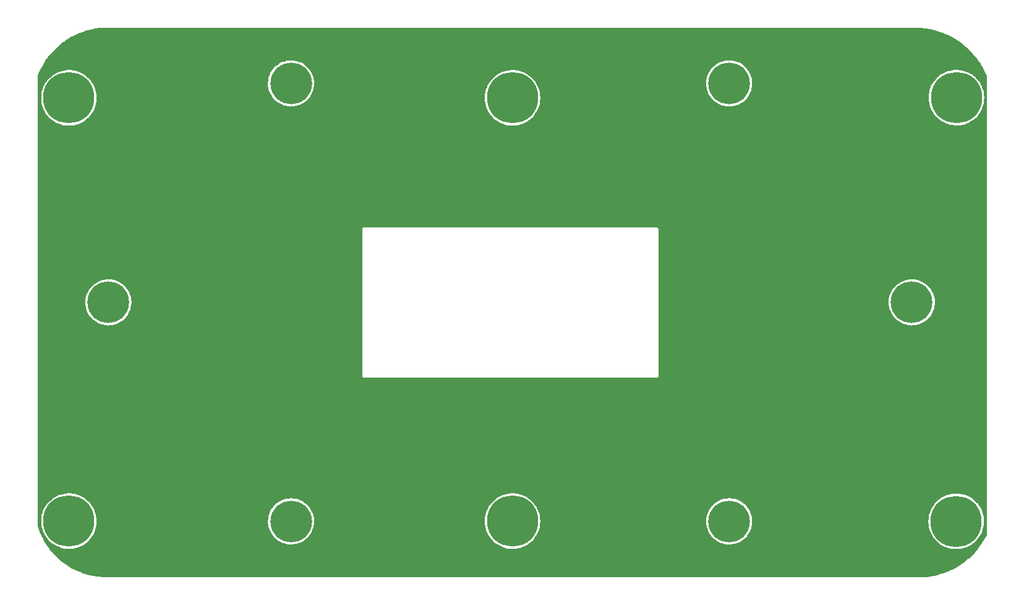
<source format=gbr>
%TF.GenerationSoftware,KiCad,Pcbnew,(6.0.9)*%
%TF.CreationDate,2022-11-23T15:21:18+02:00*%
%TF.ProjectId,case_adapter,63617365-5f61-4646-9170-7465722e6b69,rev?*%
%TF.SameCoordinates,Original*%
%TF.FileFunction,Copper,L1,Top*%
%TF.FilePolarity,Positive*%
%FSLAX46Y46*%
G04 Gerber Fmt 4.6, Leading zero omitted, Abs format (unit mm)*
G04 Created by KiCad (PCBNEW (6.0.9)) date 2022-11-23 15:21:18*
%MOMM*%
%LPD*%
G01*
G04 APERTURE LIST*
%TA.AperFunction,ComponentPad*%
%ADD10C,7.000000*%
%TD*%
%TA.AperFunction,ConnectorPad*%
%ADD11C,5.700000*%
%TD*%
%TA.AperFunction,ComponentPad*%
%ADD12C,3.600000*%
%TD*%
G04 APERTURE END LIST*
D10*
%TO.P,H12,1,1*%
%TO.N,unconnected-(H12-Pad1)*%
X135915400Y-68884800D03*
%TD*%
%TO.P,H11,1,1*%
%TO.N,unconnected-(H11-Pad1)*%
X196697600Y-68859400D03*
%TD*%
%TO.P,H10,1,1*%
%TO.N,unconnected-(H10-Pad1)*%
X196672200Y-126898400D03*
%TD*%
%TO.P,H9,1,1*%
%TO.N,unconnected-(H9-Pad1)*%
X135915400Y-126873000D03*
%TD*%
%TO.P,H8,1,1*%
%TO.N,unconnected-(H8-Pad1)*%
X75184000Y-126873000D03*
%TD*%
%TO.P,H7,1,1*%
%TO.N,unconnected-(H7-Pad1)*%
X75184000Y-68884800D03*
%TD*%
D11*
%TO.P,H6,1,1*%
%TO.N,unconnected-(H6-Pad1)*%
X80585200Y-96902600D03*
D12*
X80585200Y-96902600D03*
%TD*%
%TO.P,H2,1,1*%
%TO.N,unconnected-(H2-Pad1)*%
X165585200Y-126902600D03*
D11*
X165585200Y-126902600D03*
%TD*%
D12*
%TO.P,H4,1,1*%
%TO.N,unconnected-(H4-Pad1)*%
X165585200Y-66902600D03*
D11*
X165585200Y-66902600D03*
%TD*%
D12*
%TO.P,H5,1,1*%
%TO.N,unconnected-(H5-Pad1)*%
X105585200Y-66902600D03*
D11*
X105585200Y-66902600D03*
%TD*%
D12*
%TO.P,H1,1,1*%
%TO.N,unconnected-(H1-Pad1)*%
X105585200Y-126902600D03*
D11*
X105585200Y-126902600D03*
%TD*%
%TO.P,H3,1,1*%
%TO.N,unconnected-(H3-Pad1)*%
X190585200Y-96902600D03*
D12*
X190585200Y-96902600D03*
%TD*%
%TA.AperFunction,NonConductor*%
G36*
X191223329Y-59251052D02*
G01*
X191554547Y-59269221D01*
X191836163Y-59284669D01*
X191844777Y-59285393D01*
X192282312Y-59335036D01*
X192454629Y-59354588D01*
X192463209Y-59355815D01*
X193067997Y-59460351D01*
X193076491Y-59462075D01*
X193542122Y-59570771D01*
X193674181Y-59601599D01*
X193682556Y-59603813D01*
X194271104Y-59777849D01*
X194279341Y-59780547D01*
X194465101Y-59847448D01*
X194856804Y-59988520D01*
X194864852Y-59991685D01*
X195139467Y-60109045D01*
X195429247Y-60232885D01*
X195437114Y-60236522D01*
X195986488Y-60510107D01*
X195994131Y-60514194D01*
X196526700Y-60819278D01*
X196534092Y-60823803D01*
X197048024Y-61159339D01*
X197055140Y-61164287D01*
X197548668Y-61529119D01*
X197555477Y-61534466D01*
X198026978Y-61927396D01*
X198033472Y-61933135D01*
X198481324Y-62352809D01*
X198487473Y-62358917D01*
X198910155Y-62803911D01*
X198915939Y-62810366D01*
X199312042Y-63279195D01*
X199317441Y-63285976D01*
X199685613Y-63777042D01*
X199690608Y-63784125D01*
X199991565Y-64238354D01*
X200029598Y-64295757D01*
X200034165Y-64303106D01*
X200342855Y-64833622D01*
X200346980Y-64841211D01*
X200545966Y-65234107D01*
X200624286Y-65388749D01*
X200627976Y-65396592D01*
X200837114Y-65876954D01*
X200849500Y-65936432D01*
X200849500Y-128713645D01*
X200833372Y-128781069D01*
X200752534Y-128940376D01*
X200625665Y-129190397D01*
X200613574Y-129214224D01*
X200609432Y-129221830D01*
X200319557Y-129719122D01*
X200311811Y-129732411D01*
X200307233Y-129739764D01*
X200219680Y-129871684D01*
X199980432Y-130232170D01*
X199975445Y-130239231D01*
X199620532Y-130711847D01*
X199615152Y-130718592D01*
X199233412Y-131169709D01*
X199227624Y-131176160D01*
X198820277Y-131604343D01*
X198814123Y-131610446D01*
X198382576Y-132014213D01*
X198376077Y-132019948D01*
X197921786Y-132397937D01*
X197914965Y-132403284D01*
X197439476Y-132754210D01*
X197432356Y-132759152D01*
X197380148Y-132793180D01*
X196937226Y-133081865D01*
X196929864Y-133086364D01*
X196492411Y-133336509D01*
X196416833Y-133379726D01*
X196409188Y-133383808D01*
X196327914Y-133424203D01*
X195879968Y-133646844D01*
X195872098Y-133650474D01*
X195328494Y-133882288D01*
X195320426Y-133885455D01*
X194764247Y-134085274D01*
X194756009Y-134087966D01*
X194189147Y-134255112D01*
X194180768Y-134257319D01*
X194065912Y-134284037D01*
X193605178Y-134391213D01*
X193596683Y-134392931D01*
X193014242Y-134493138D01*
X193005661Y-134494358D01*
X192712039Y-134527442D01*
X192418403Y-134560527D01*
X192409793Y-134561245D01*
X191831216Y-134592533D01*
X191819654Y-134593158D01*
X191810989Y-134593374D01*
X191382648Y-134591595D01*
X191220019Y-134590920D01*
X191211357Y-134590632D01*
X190668037Y-134556723D01*
X190651813Y-134554483D01*
X190646294Y-134552545D01*
X190641156Y-134552100D01*
X190635806Y-134552100D01*
X190627472Y-134551719D01*
X190617597Y-134549213D01*
X190578572Y-134551779D01*
X190568798Y-134552100D01*
X79888781Y-134552100D01*
X79878484Y-134550995D01*
X79878458Y-134551451D01*
X79866746Y-134550787D01*
X79855288Y-134548300D01*
X79843623Y-134549476D01*
X79840169Y-134549280D01*
X79818025Y-134549427D01*
X79252860Y-134500030D01*
X79243823Y-134498961D01*
X79042037Y-134468821D01*
X78650489Y-134410338D01*
X78641547Y-134408722D01*
X78054700Y-134284037D01*
X78045860Y-134281874D01*
X77467752Y-134121603D01*
X77459079Y-134118911D01*
X76891802Y-133923638D01*
X76883310Y-133920421D01*
X76329028Y-133690885D01*
X76320730Y-133687148D01*
X75781494Y-133424203D01*
X75773440Y-133419966D01*
X75333761Y-133171258D01*
X75251269Y-133124596D01*
X75243518Y-133119894D01*
X74740313Y-132793170D01*
X74732850Y-132787993D01*
X74250574Y-132431192D01*
X74243427Y-132425559D01*
X73783837Y-132039985D01*
X73777047Y-132033926D01*
X73341825Y-131620988D01*
X73335428Y-131614536D01*
X72926237Y-131175809D01*
X72920254Y-131168988D01*
X72538598Y-130706085D01*
X72533026Y-130698889D01*
X72180366Y-130213583D01*
X72175244Y-130206062D01*
X71852862Y-129700121D01*
X71848208Y-129692300D01*
X71557319Y-129167629D01*
X71553151Y-129159539D01*
X71510200Y-129069510D01*
X71294821Y-128618063D01*
X71291160Y-128609743D01*
X71263238Y-128540649D01*
X71071104Y-128065220D01*
X71066377Y-128053523D01*
X71063227Y-128044986D01*
X70894004Y-127539380D01*
X70886300Y-127492089D01*
X70886300Y-126859717D01*
X71378639Y-126859717D01*
X71378816Y-126863471D01*
X71378816Y-126863477D01*
X71384939Y-126993306D01*
X71396778Y-127244340D01*
X71453692Y-127625162D01*
X71454622Y-127628812D01*
X71454623Y-127628815D01*
X71471041Y-127693225D01*
X71548799Y-127998283D01*
X71565890Y-128044986D01*
X71674275Y-128341160D01*
X71681126Y-128359882D01*
X71682774Y-128363276D01*
X71682777Y-128363283D01*
X71802452Y-128609743D01*
X71849317Y-128706258D01*
X71851299Y-128709467D01*
X71851300Y-128709469D01*
X72033550Y-129004557D01*
X72051650Y-129033864D01*
X72154292Y-129167629D01*
X72281897Y-129333927D01*
X72286054Y-129339345D01*
X72288633Y-129342082D01*
X72288640Y-129342090D01*
X72465446Y-129529712D01*
X72550129Y-129619575D01*
X72584606Y-129649440D01*
X72838313Y-129869208D01*
X72838319Y-129869213D01*
X72841172Y-129871684D01*
X72844264Y-129873857D01*
X73153114Y-130090921D01*
X73153122Y-130090926D01*
X73156201Y-130093090D01*
X73159489Y-130094935D01*
X73159492Y-130094937D01*
X73488698Y-130279679D01*
X73488706Y-130279683D01*
X73491992Y-130281527D01*
X73845107Y-130435066D01*
X74211931Y-130552134D01*
X74215620Y-130552911D01*
X74215626Y-130552913D01*
X74556429Y-130624731D01*
X74588707Y-130631533D01*
X74592456Y-130631934D01*
X74592458Y-130631934D01*
X74967833Y-130672051D01*
X74967838Y-130672051D01*
X74971578Y-130672451D01*
X74975335Y-130672471D01*
X74975341Y-130672471D01*
X75194972Y-130673621D01*
X75356624Y-130674467D01*
X75360380Y-130674105D01*
X75360387Y-130674105D01*
X75736154Y-130637922D01*
X75736156Y-130637922D01*
X75739902Y-130637561D01*
X75986681Y-130588250D01*
X76113797Y-130562850D01*
X76113802Y-130562849D01*
X76117489Y-130562112D01*
X76399353Y-130475399D01*
X76481917Y-130449999D01*
X76481920Y-130449998D01*
X76485518Y-130448891D01*
X76840221Y-130299059D01*
X77177968Y-130114148D01*
X77495298Y-129896053D01*
X77703929Y-129719122D01*
X77786095Y-129649440D01*
X77786096Y-129649439D01*
X77788965Y-129647006D01*
X77812978Y-129622053D01*
X78053344Y-129372276D01*
X78053349Y-129372270D01*
X78055960Y-129369557D01*
X78293550Y-129066546D01*
X78442429Y-128831043D01*
X78497288Y-128744265D01*
X78497291Y-128744260D01*
X78499303Y-128741077D01*
X78505694Y-128728260D01*
X78599233Y-128540649D01*
X78671112Y-128396482D01*
X78807218Y-128036288D01*
X78809629Y-128027229D01*
X78898500Y-127693225D01*
X78906227Y-127664184D01*
X78958537Y-127337602D01*
X78966530Y-127287701D01*
X78966530Y-127287698D01*
X78967126Y-127283979D01*
X78989291Y-126899566D01*
X78989384Y-126873000D01*
X78988652Y-126858543D01*
X102430044Y-126858543D01*
X102444796Y-127210519D01*
X102464469Y-127337602D01*
X102495706Y-127539380D01*
X102498690Y-127558658D01*
X102499780Y-127562671D01*
X102499782Y-127562679D01*
X102533081Y-127685238D01*
X102591056Y-127898619D01*
X102592585Y-127902480D01*
X102592586Y-127902484D01*
X102657018Y-128065220D01*
X102720741Y-128226166D01*
X102886129Y-128537216D01*
X103085159Y-128827891D01*
X103127990Y-128877511D01*
X103310336Y-129088761D01*
X103315349Y-129094569D01*
X103318394Y-129097389D01*
X103318402Y-129097397D01*
X103448744Y-129218094D01*
X103573832Y-129333927D01*
X103857384Y-129542980D01*
X103860985Y-129545059D01*
X103860988Y-129545061D01*
X104158872Y-129717044D01*
X104158878Y-129717047D01*
X104162472Y-129719122D01*
X104485293Y-129860160D01*
X104489257Y-129861387D01*
X104489265Y-129861390D01*
X104683300Y-129921453D01*
X104821824Y-129964333D01*
X104825896Y-129965110D01*
X104825901Y-129965111D01*
X105163790Y-130029567D01*
X105163795Y-130029568D01*
X105167870Y-130030345D01*
X105172007Y-130030663D01*
X105172012Y-130030664D01*
X105343494Y-130043859D01*
X105519117Y-130057372D01*
X105523270Y-130057227D01*
X105523272Y-130057227D01*
X105669738Y-130052112D01*
X105871188Y-130045077D01*
X106020544Y-130023022D01*
X106215572Y-129994223D01*
X106215577Y-129994222D01*
X106219694Y-129993614D01*
X106407091Y-129944102D01*
X106556274Y-129904687D01*
X106556281Y-129904685D01*
X106560292Y-129903625D01*
X106571554Y-129899257D01*
X106884861Y-129777733D01*
X106888736Y-129776230D01*
X106972554Y-129732411D01*
X107197240Y-129614948D01*
X107197245Y-129614945D01*
X107200933Y-129613017D01*
X107492991Y-129416021D01*
X107761270Y-129187698D01*
X108002426Y-128930893D01*
X108033949Y-128888756D01*
X108149070Y-128734869D01*
X108213453Y-128648807D01*
X108215556Y-128645223D01*
X108389621Y-128348536D01*
X108389624Y-128348531D01*
X108391721Y-128344956D01*
X108516268Y-128065220D01*
X108533313Y-128026937D01*
X108533315Y-128026932D01*
X108535009Y-128023127D01*
X108575781Y-127894599D01*
X108612194Y-127779807D01*
X108641529Y-127687332D01*
X108643951Y-127675102D01*
X108709146Y-127345844D01*
X108709147Y-127345836D01*
X108709955Y-127341756D01*
X108715123Y-127280213D01*
X108739216Y-126993306D01*
X108739216Y-126993297D01*
X108739434Y-126990706D01*
X108740664Y-126902600D01*
X108738266Y-126859717D01*
X132110039Y-126859717D01*
X132110216Y-126863471D01*
X132110216Y-126863477D01*
X132116339Y-126993306D01*
X132128178Y-127244340D01*
X132185092Y-127625162D01*
X132186022Y-127628812D01*
X132186023Y-127628815D01*
X132202441Y-127693225D01*
X132280199Y-127998283D01*
X132297290Y-128044986D01*
X132405675Y-128341160D01*
X132412526Y-128359882D01*
X132414174Y-128363276D01*
X132414177Y-128363283D01*
X132533852Y-128609743D01*
X132580717Y-128706258D01*
X132582699Y-128709467D01*
X132582700Y-128709469D01*
X132764950Y-129004557D01*
X132783050Y-129033864D01*
X132885692Y-129167629D01*
X133013297Y-129333927D01*
X133017454Y-129339345D01*
X133020033Y-129342082D01*
X133020040Y-129342090D01*
X133196846Y-129529712D01*
X133281529Y-129619575D01*
X133316006Y-129649440D01*
X133569713Y-129869208D01*
X133569719Y-129869213D01*
X133572572Y-129871684D01*
X133575664Y-129873857D01*
X133884514Y-130090921D01*
X133884522Y-130090926D01*
X133887601Y-130093090D01*
X133890889Y-130094935D01*
X133890892Y-130094937D01*
X134220098Y-130279679D01*
X134220106Y-130279683D01*
X134223392Y-130281527D01*
X134576507Y-130435066D01*
X134943331Y-130552134D01*
X134947020Y-130552911D01*
X134947026Y-130552913D01*
X135287829Y-130624731D01*
X135320107Y-130631533D01*
X135323856Y-130631934D01*
X135323858Y-130631934D01*
X135699233Y-130672051D01*
X135699238Y-130672051D01*
X135702978Y-130672451D01*
X135706735Y-130672471D01*
X135706741Y-130672471D01*
X135926372Y-130673621D01*
X136088024Y-130674467D01*
X136091780Y-130674105D01*
X136091787Y-130674105D01*
X136467554Y-130637922D01*
X136467556Y-130637922D01*
X136471302Y-130637561D01*
X136718081Y-130588250D01*
X136845197Y-130562850D01*
X136845202Y-130562849D01*
X136848889Y-130562112D01*
X137130753Y-130475399D01*
X137213317Y-130449999D01*
X137213320Y-130449998D01*
X137216918Y-130448891D01*
X137571621Y-130299059D01*
X137909368Y-130114148D01*
X138226698Y-129896053D01*
X138435329Y-129719122D01*
X138517495Y-129649440D01*
X138517496Y-129649439D01*
X138520365Y-129647006D01*
X138544378Y-129622053D01*
X138784744Y-129372276D01*
X138784749Y-129372270D01*
X138787360Y-129369557D01*
X139024950Y-129066546D01*
X139173829Y-128831043D01*
X139228688Y-128744265D01*
X139228691Y-128744260D01*
X139230703Y-128741077D01*
X139237094Y-128728260D01*
X139330633Y-128540649D01*
X139402512Y-128396482D01*
X139538618Y-128036288D01*
X139541029Y-128027229D01*
X139629900Y-127693225D01*
X139637627Y-127664184D01*
X139689937Y-127337602D01*
X139697930Y-127287701D01*
X139697930Y-127287698D01*
X139698526Y-127283979D01*
X139720691Y-126899566D01*
X139720784Y-126873000D01*
X139720052Y-126858543D01*
X162430044Y-126858543D01*
X162444796Y-127210519D01*
X162464469Y-127337602D01*
X162495706Y-127539380D01*
X162498690Y-127558658D01*
X162499780Y-127562671D01*
X162499782Y-127562679D01*
X162533081Y-127685238D01*
X162591056Y-127898619D01*
X162592585Y-127902480D01*
X162592586Y-127902484D01*
X162657018Y-128065220D01*
X162720741Y-128226166D01*
X162886129Y-128537216D01*
X163085159Y-128827891D01*
X163127990Y-128877511D01*
X163310336Y-129088761D01*
X163315349Y-129094569D01*
X163318394Y-129097389D01*
X163318402Y-129097397D01*
X163448744Y-129218094D01*
X163573832Y-129333927D01*
X163857384Y-129542980D01*
X163860985Y-129545059D01*
X163860988Y-129545061D01*
X164158872Y-129717044D01*
X164158878Y-129717047D01*
X164162472Y-129719122D01*
X164485293Y-129860160D01*
X164489257Y-129861387D01*
X164489265Y-129861390D01*
X164683300Y-129921453D01*
X164821824Y-129964333D01*
X164825896Y-129965110D01*
X164825901Y-129965111D01*
X165163790Y-130029567D01*
X165163795Y-130029568D01*
X165167870Y-130030345D01*
X165172007Y-130030663D01*
X165172012Y-130030664D01*
X165343494Y-130043859D01*
X165519117Y-130057372D01*
X165523270Y-130057227D01*
X165523272Y-130057227D01*
X165669738Y-130052112D01*
X165871188Y-130045077D01*
X166020544Y-130023022D01*
X166215572Y-129994223D01*
X166215577Y-129994222D01*
X166219694Y-129993614D01*
X166407091Y-129944102D01*
X166556274Y-129904687D01*
X166556281Y-129904685D01*
X166560292Y-129903625D01*
X166571554Y-129899257D01*
X166884861Y-129777733D01*
X166888736Y-129776230D01*
X166972554Y-129732411D01*
X167197240Y-129614948D01*
X167197245Y-129614945D01*
X167200933Y-129613017D01*
X167492991Y-129416021D01*
X167761270Y-129187698D01*
X168002426Y-128930893D01*
X168033949Y-128888756D01*
X168149070Y-128734869D01*
X168213453Y-128648807D01*
X168215556Y-128645223D01*
X168389621Y-128348536D01*
X168389624Y-128348531D01*
X168391721Y-128344956D01*
X168516268Y-128065220D01*
X168533313Y-128026937D01*
X168533315Y-128026932D01*
X168535009Y-128023127D01*
X168575781Y-127894599D01*
X168612194Y-127779807D01*
X168641529Y-127687332D01*
X168643951Y-127675102D01*
X168709146Y-127345844D01*
X168709147Y-127345836D01*
X168709955Y-127341756D01*
X168715123Y-127280213D01*
X168739216Y-126993306D01*
X168739216Y-126993297D01*
X168739434Y-126990706D01*
X168740664Y-126902600D01*
X168739687Y-126885117D01*
X192866839Y-126885117D01*
X192867016Y-126888871D01*
X192867016Y-126888877D01*
X192871941Y-126993306D01*
X192884978Y-127269740D01*
X192941892Y-127650562D01*
X192942822Y-127654212D01*
X192942823Y-127654215D01*
X193036066Y-128020023D01*
X193036999Y-128023683D01*
X193109684Y-128222304D01*
X193153180Y-128341160D01*
X193169326Y-128385282D01*
X193170974Y-128388676D01*
X193170977Y-128388683D01*
X193243101Y-128537216D01*
X193337517Y-128731658D01*
X193339499Y-128734867D01*
X193339500Y-128734869D01*
X193524163Y-129033864D01*
X193539850Y-129059264D01*
X193774254Y-129364745D01*
X193776833Y-129367482D01*
X193776840Y-129367490D01*
X193824763Y-129418344D01*
X194038329Y-129644975D01*
X194041190Y-129647453D01*
X194326513Y-129894608D01*
X194326519Y-129894613D01*
X194329372Y-129897084D01*
X194332464Y-129899257D01*
X194641314Y-130116321D01*
X194641322Y-130116326D01*
X194644401Y-130118490D01*
X194647689Y-130120335D01*
X194647692Y-130120337D01*
X194976898Y-130305079D01*
X194976906Y-130305083D01*
X194980192Y-130306927D01*
X195333307Y-130460466D01*
X195700131Y-130577534D01*
X195703820Y-130578311D01*
X195703826Y-130578313D01*
X195984980Y-130637561D01*
X196076907Y-130656933D01*
X196080656Y-130657334D01*
X196080658Y-130657334D01*
X196456033Y-130697451D01*
X196456038Y-130697451D01*
X196459778Y-130697851D01*
X196463535Y-130697871D01*
X196463541Y-130697871D01*
X196683172Y-130699021D01*
X196844824Y-130699867D01*
X196848580Y-130699505D01*
X196848587Y-130699505D01*
X197224354Y-130663322D01*
X197224356Y-130663322D01*
X197228102Y-130662961D01*
X197328353Y-130642929D01*
X197601997Y-130588250D01*
X197602002Y-130588249D01*
X197605689Y-130587512D01*
X197821103Y-130521242D01*
X197970117Y-130475399D01*
X197970120Y-130475398D01*
X197973718Y-130474291D01*
X198328421Y-130324459D01*
X198666168Y-130139548D01*
X198983498Y-129921453D01*
X199039622Y-129873857D01*
X199274295Y-129674840D01*
X199274296Y-129674839D01*
X199277165Y-129672406D01*
X199301608Y-129647006D01*
X199541544Y-129397676D01*
X199541549Y-129397670D01*
X199544160Y-129394957D01*
X199781750Y-129091946D01*
X199950850Y-128824456D01*
X199985488Y-128769665D01*
X199985491Y-128769660D01*
X199987503Y-128766477D01*
X200006558Y-128728260D01*
X200157633Y-128425249D01*
X200159312Y-128421882D01*
X200295418Y-128061688D01*
X200298713Y-128049307D01*
X200393458Y-127693225D01*
X200394427Y-127689584D01*
X200450140Y-127341756D01*
X200454730Y-127313101D01*
X200454730Y-127313098D01*
X200455326Y-127309379D01*
X200477491Y-126924966D01*
X200477584Y-126898400D01*
X200458103Y-126513842D01*
X200452195Y-126475229D01*
X200410004Y-126199515D01*
X200399860Y-126133221D01*
X200397458Y-126123931D01*
X200304396Y-125764088D01*
X200304394Y-125764083D01*
X200303451Y-125760435D01*
X200297457Y-125744229D01*
X200171174Y-125402845D01*
X200169863Y-125399300D01*
X200000464Y-125053513D01*
X199796988Y-124726616D01*
X199679253Y-124574285D01*
X199563831Y-124424945D01*
X199563828Y-124424941D01*
X199561519Y-124421954D01*
X199367387Y-124217382D01*
X199299061Y-124145381D01*
X199299056Y-124145376D01*
X199296467Y-124142648D01*
X199004547Y-123891557D01*
X199001465Y-123889407D01*
X199001456Y-123889400D01*
X198691839Y-123673409D01*
X198688746Y-123671251D01*
X198352299Y-123483987D01*
X197998650Y-123331682D01*
X197631421Y-123215895D01*
X197472543Y-123182993D01*
X197258061Y-123138576D01*
X197258054Y-123138575D01*
X197254370Y-123137812D01*
X197250628Y-123137425D01*
X197250626Y-123137425D01*
X197190378Y-123131199D01*
X196871358Y-123098231D01*
X196867595Y-123098224D01*
X196867587Y-123098224D01*
X196678833Y-123097895D01*
X196486308Y-123097559D01*
X196482552Y-123097934D01*
X196482550Y-123097934D01*
X196329845Y-123113176D01*
X196103161Y-123135802D01*
X195725839Y-123212569D01*
X195722253Y-123213686D01*
X195722245Y-123213688D01*
X195434993Y-123303158D01*
X195358208Y-123327074D01*
X195354729Y-123328558D01*
X195007498Y-123476664D01*
X195007492Y-123476667D01*
X195004029Y-123478144D01*
X194666931Y-123664232D01*
X194663833Y-123666377D01*
X194663830Y-123666379D01*
X194547091Y-123747213D01*
X194350363Y-123883434D01*
X194347507Y-123885873D01*
X194347506Y-123885874D01*
X194311012Y-123917043D01*
X194057568Y-124133504D01*
X194054961Y-124136232D01*
X194054960Y-124136233D01*
X193794150Y-124409155D01*
X193794142Y-124409165D01*
X193791543Y-124411884D01*
X193555012Y-124715721D01*
X193553010Y-124718912D01*
X193553004Y-124718921D01*
X193436168Y-124905175D01*
X193350396Y-125041907D01*
X193344660Y-125053513D01*
X193184563Y-125377445D01*
X193179791Y-125387100D01*
X193178468Y-125390638D01*
X193178466Y-125390643D01*
X193054440Y-125722366D01*
X193044943Y-125747766D01*
X193043988Y-125751408D01*
X193043985Y-125751416D01*
X193015233Y-125861014D01*
X192947234Y-126120214D01*
X192946652Y-126123931D01*
X192891640Y-126475229D01*
X192887662Y-126500629D01*
X192866839Y-126885117D01*
X168739687Y-126885117D01*
X168720999Y-126550864D01*
X168662249Y-126203512D01*
X168648807Y-126156633D01*
X168566296Y-125868883D01*
X168566295Y-125868881D01*
X168565146Y-125864873D01*
X168563559Y-125861023D01*
X168563556Y-125861014D01*
X168432487Y-125543019D01*
X168432486Y-125543017D01*
X168430900Y-125539169D01*
X168347299Y-125387100D01*
X168263191Y-125234107D01*
X168263187Y-125234100D01*
X168261185Y-125230459D01*
X168258784Y-125227055D01*
X168060515Y-124945991D01*
X168060510Y-124945985D01*
X168058116Y-124942591D01*
X167824225Y-124679152D01*
X167562426Y-124443427D01*
X167528025Y-124418798D01*
X167479077Y-124383755D01*
X167275982Y-124238354D01*
X166968464Y-124066488D01*
X166919464Y-124045890D01*
X166647535Y-123931582D01*
X166643705Y-123929972D01*
X166639727Y-123928801D01*
X166639718Y-123928798D01*
X166309739Y-123831680D01*
X166309737Y-123831679D01*
X166305753Y-123830507D01*
X165958819Y-123769333D01*
X165954678Y-123769072D01*
X165954674Y-123769072D01*
X165714576Y-123753967D01*
X165607229Y-123747213D01*
X165603078Y-123747416D01*
X165603077Y-123747416D01*
X165259532Y-123764218D01*
X165259529Y-123764218D01*
X165255364Y-123764422D01*
X164978780Y-123809219D01*
X164911715Y-123820081D01*
X164911713Y-123820082D01*
X164907610Y-123820746D01*
X164903609Y-123821863D01*
X164903605Y-123821864D01*
X164572315Y-123914361D01*
X164572306Y-123914364D01*
X164568302Y-123915482D01*
X164404985Y-123981467D01*
X164245532Y-124045890D01*
X164245528Y-124045892D01*
X164241669Y-124047451D01*
X164238007Y-124049431D01*
X164082517Y-124133504D01*
X163931781Y-124215006D01*
X163642502Y-124416060D01*
X163639378Y-124418795D01*
X163639374Y-124418798D01*
X163380563Y-124645371D01*
X163377438Y-124648107D01*
X163139891Y-124908254D01*
X163137441Y-124911626D01*
X163137437Y-124911631D01*
X163034354Y-125053513D01*
X162932822Y-125193259D01*
X162758814Y-125499570D01*
X162757169Y-125503408D01*
X162648527Y-125756890D01*
X162620034Y-125823368D01*
X162518212Y-126160618D01*
X162454618Y-126507115D01*
X162430044Y-126858543D01*
X139720052Y-126858543D01*
X139701303Y-126488442D01*
X139643060Y-126107821D01*
X139640658Y-126098531D01*
X139547596Y-125738688D01*
X139547594Y-125738683D01*
X139546651Y-125735035D01*
X139540657Y-125718829D01*
X139472849Y-125535522D01*
X139413063Y-125373900D01*
X139257769Y-125056905D01*
X139245326Y-125031505D01*
X139245324Y-125031501D01*
X139243664Y-125028113D01*
X139040188Y-124701216D01*
X138843100Y-124446213D01*
X138807031Y-124399545D01*
X138807028Y-124399541D01*
X138804719Y-124396554D01*
X138630560Y-124213029D01*
X138542261Y-124119981D01*
X138542256Y-124119976D01*
X138539667Y-124117248D01*
X138247747Y-123866157D01*
X138244665Y-123864007D01*
X138244656Y-123864000D01*
X137961372Y-123666379D01*
X137931946Y-123645851D01*
X137763723Y-123552219D01*
X137598798Y-123460423D01*
X137598795Y-123460421D01*
X137595499Y-123458587D01*
X137241850Y-123306282D01*
X136874621Y-123190495D01*
X136715743Y-123157593D01*
X136501261Y-123113176D01*
X136501254Y-123113175D01*
X136497570Y-123112412D01*
X136493828Y-123112025D01*
X136493826Y-123112025D01*
X136433578Y-123105799D01*
X136114558Y-123072831D01*
X136110795Y-123072824D01*
X136110787Y-123072824D01*
X135922033Y-123072495D01*
X135729508Y-123072159D01*
X135725752Y-123072534D01*
X135725750Y-123072534D01*
X135468369Y-123098224D01*
X135346361Y-123110402D01*
X134969039Y-123187169D01*
X134965453Y-123188286D01*
X134965445Y-123188288D01*
X134666605Y-123281367D01*
X134601408Y-123301674D01*
X134538379Y-123328558D01*
X134250698Y-123451264D01*
X134250692Y-123451267D01*
X134247229Y-123452744D01*
X133910131Y-123638832D01*
X133907033Y-123640977D01*
X133907030Y-123640979D01*
X133863312Y-123671251D01*
X133593563Y-123858034D01*
X133590707Y-123860473D01*
X133590706Y-123860474D01*
X133551432Y-123894017D01*
X133300768Y-124108104D01*
X133298161Y-124110832D01*
X133298160Y-124110833D01*
X133037350Y-124383755D01*
X133037342Y-124383765D01*
X133034743Y-124386484D01*
X132798212Y-124690321D01*
X132796210Y-124693512D01*
X132796204Y-124693521D01*
X132671227Y-124892753D01*
X132593596Y-125016507D01*
X132422991Y-125361700D01*
X132421668Y-125365238D01*
X132421666Y-125365243D01*
X132356638Y-125539169D01*
X132288143Y-125722366D01*
X132287188Y-125726008D01*
X132287185Y-125726016D01*
X132262650Y-125819541D01*
X132190434Y-126094814D01*
X132130862Y-126475229D01*
X132110039Y-126859717D01*
X108738266Y-126859717D01*
X108720999Y-126550864D01*
X108662249Y-126203512D01*
X108648807Y-126156633D01*
X108566296Y-125868883D01*
X108566295Y-125868881D01*
X108565146Y-125864873D01*
X108563559Y-125861023D01*
X108563556Y-125861014D01*
X108432487Y-125543019D01*
X108432486Y-125543017D01*
X108430900Y-125539169D01*
X108347299Y-125387100D01*
X108263191Y-125234107D01*
X108263187Y-125234100D01*
X108261185Y-125230459D01*
X108258784Y-125227055D01*
X108060515Y-124945991D01*
X108060510Y-124945985D01*
X108058116Y-124942591D01*
X107824225Y-124679152D01*
X107562426Y-124443427D01*
X107528025Y-124418798D01*
X107479077Y-124383755D01*
X107275982Y-124238354D01*
X106968464Y-124066488D01*
X106919464Y-124045890D01*
X106647535Y-123931582D01*
X106643705Y-123929972D01*
X106639727Y-123928801D01*
X106639718Y-123928798D01*
X106309739Y-123831680D01*
X106309737Y-123831679D01*
X106305753Y-123830507D01*
X105958819Y-123769333D01*
X105954678Y-123769072D01*
X105954674Y-123769072D01*
X105714576Y-123753967D01*
X105607229Y-123747213D01*
X105603078Y-123747416D01*
X105603077Y-123747416D01*
X105259532Y-123764218D01*
X105259529Y-123764218D01*
X105255364Y-123764422D01*
X104978780Y-123809219D01*
X104911715Y-123820081D01*
X104911713Y-123820082D01*
X104907610Y-123820746D01*
X104903609Y-123821863D01*
X104903605Y-123821864D01*
X104572315Y-123914361D01*
X104572306Y-123914364D01*
X104568302Y-123915482D01*
X104404985Y-123981467D01*
X104245532Y-124045890D01*
X104245528Y-124045892D01*
X104241669Y-124047451D01*
X104238007Y-124049431D01*
X104082517Y-124133504D01*
X103931781Y-124215006D01*
X103642502Y-124416060D01*
X103639378Y-124418795D01*
X103639374Y-124418798D01*
X103380563Y-124645371D01*
X103377438Y-124648107D01*
X103139891Y-124908254D01*
X103137441Y-124911626D01*
X103137437Y-124911631D01*
X103034354Y-125053513D01*
X102932822Y-125193259D01*
X102758814Y-125499570D01*
X102757169Y-125503408D01*
X102648527Y-125756890D01*
X102620034Y-125823368D01*
X102518212Y-126160618D01*
X102454618Y-126507115D01*
X102430044Y-126858543D01*
X78988652Y-126858543D01*
X78969903Y-126488442D01*
X78911660Y-126107821D01*
X78909258Y-126098531D01*
X78816196Y-125738688D01*
X78816194Y-125738683D01*
X78815251Y-125735035D01*
X78809257Y-125718829D01*
X78741449Y-125535522D01*
X78681663Y-125373900D01*
X78526369Y-125056905D01*
X78513926Y-125031505D01*
X78513924Y-125031501D01*
X78512264Y-125028113D01*
X78308788Y-124701216D01*
X78111700Y-124446213D01*
X78075631Y-124399545D01*
X78075628Y-124399541D01*
X78073319Y-124396554D01*
X77899160Y-124213029D01*
X77810861Y-124119981D01*
X77810856Y-124119976D01*
X77808267Y-124117248D01*
X77516347Y-123866157D01*
X77513265Y-123864007D01*
X77513256Y-123864000D01*
X77229972Y-123666379D01*
X77200546Y-123645851D01*
X77032323Y-123552219D01*
X76867398Y-123460423D01*
X76867395Y-123460421D01*
X76864099Y-123458587D01*
X76510450Y-123306282D01*
X76143221Y-123190495D01*
X75984343Y-123157593D01*
X75769861Y-123113176D01*
X75769854Y-123113175D01*
X75766170Y-123112412D01*
X75762428Y-123112025D01*
X75762426Y-123112025D01*
X75702178Y-123105799D01*
X75383158Y-123072831D01*
X75379395Y-123072824D01*
X75379387Y-123072824D01*
X75190633Y-123072495D01*
X74998108Y-123072159D01*
X74994352Y-123072534D01*
X74994350Y-123072534D01*
X74736969Y-123098224D01*
X74614961Y-123110402D01*
X74237639Y-123187169D01*
X74234053Y-123188286D01*
X74234045Y-123188288D01*
X73935205Y-123281367D01*
X73870008Y-123301674D01*
X73806979Y-123328558D01*
X73519298Y-123451264D01*
X73519292Y-123451267D01*
X73515829Y-123452744D01*
X73178731Y-123638832D01*
X73175633Y-123640977D01*
X73175630Y-123640979D01*
X73131912Y-123671251D01*
X72862163Y-123858034D01*
X72859307Y-123860473D01*
X72859306Y-123860474D01*
X72820032Y-123894017D01*
X72569368Y-124108104D01*
X72566761Y-124110832D01*
X72566760Y-124110833D01*
X72305950Y-124383755D01*
X72305942Y-124383765D01*
X72303343Y-124386484D01*
X72066812Y-124690321D01*
X72064810Y-124693512D01*
X72064804Y-124693521D01*
X71939827Y-124892753D01*
X71862196Y-125016507D01*
X71691591Y-125361700D01*
X71690268Y-125365238D01*
X71690266Y-125365243D01*
X71625238Y-125539169D01*
X71556743Y-125722366D01*
X71555788Y-125726008D01*
X71555785Y-125726016D01*
X71531250Y-125819541D01*
X71459034Y-126094814D01*
X71399462Y-126475229D01*
X71378639Y-126859717D01*
X70886300Y-126859717D01*
X70886300Y-106914368D01*
X115321554Y-106914368D01*
X115322741Y-106928074D01*
X115322741Y-106928075D01*
X115324744Y-106951201D01*
X115325300Y-106964057D01*
X115325300Y-106972148D01*
X115326557Y-106978898D01*
X115326693Y-106980369D01*
X115328281Y-106992041D01*
X115328735Y-106997285D01*
X115331213Y-107025896D01*
X115337055Y-107037847D01*
X115337451Y-107039562D01*
X115338155Y-107041174D01*
X115340591Y-107054253D01*
X115347809Y-107065962D01*
X115358427Y-107083188D01*
X115365451Y-107095939D01*
X115380375Y-107126469D01*
X115390129Y-107135517D01*
X115391117Y-107136976D01*
X115392352Y-107138225D01*
X115399332Y-107149548D01*
X115410281Y-107157874D01*
X115410282Y-107157875D01*
X115426382Y-107170118D01*
X115437523Y-107179483D01*
X115452358Y-107193244D01*
X115452361Y-107193246D01*
X115462446Y-107202601D01*
X115474803Y-107207531D01*
X115476246Y-107208533D01*
X115477851Y-107209255D01*
X115488441Y-107217308D01*
X115521085Y-107226761D01*
X115534848Y-107231486D01*
X115539588Y-107233377D01*
X115566422Y-107244083D01*
X115572715Y-107244700D01*
X115576350Y-107244700D01*
X115579993Y-107244878D01*
X115579993Y-107244881D01*
X115584402Y-107245097D01*
X115595968Y-107248446D01*
X115609674Y-107247259D01*
X115609675Y-107247259D01*
X115632801Y-107245256D01*
X115645657Y-107244700D01*
X155576288Y-107244700D01*
X155584402Y-107245097D01*
X155595968Y-107248446D01*
X155609674Y-107247259D01*
X155609675Y-107247259D01*
X155632801Y-107245256D01*
X155645657Y-107244700D01*
X155653748Y-107244700D01*
X155660498Y-107243443D01*
X155661969Y-107243307D01*
X155673641Y-107241719D01*
X155693791Y-107239974D01*
X155693792Y-107239974D01*
X155707496Y-107238787D01*
X155719447Y-107232945D01*
X155721162Y-107232549D01*
X155722774Y-107231845D01*
X155735853Y-107229409D01*
X155764791Y-107211571D01*
X155777539Y-107204549D01*
X155795707Y-107195668D01*
X155795708Y-107195667D01*
X155808069Y-107189625D01*
X155817117Y-107179871D01*
X155818576Y-107178883D01*
X155819825Y-107177648D01*
X155831148Y-107170668D01*
X155840876Y-107157875D01*
X155851718Y-107143618D01*
X155861083Y-107132477D01*
X155874844Y-107117642D01*
X155874846Y-107117639D01*
X155884201Y-107107554D01*
X155889131Y-107095197D01*
X155890133Y-107093754D01*
X155890855Y-107092149D01*
X155898908Y-107081559D01*
X155908361Y-107048915D01*
X155913086Y-107035152D01*
X155921786Y-107013345D01*
X155925683Y-107003578D01*
X155926300Y-106997285D01*
X155926300Y-106993650D01*
X155926478Y-106990007D01*
X155926481Y-106990007D01*
X155926697Y-106985598D01*
X155930046Y-106974032D01*
X155926856Y-106937199D01*
X155926300Y-106924343D01*
X155926300Y-96858543D01*
X187430044Y-96858543D01*
X187444796Y-97210519D01*
X187498690Y-97558658D01*
X187499780Y-97562671D01*
X187499782Y-97562679D01*
X187533650Y-97687332D01*
X187591056Y-97898619D01*
X187592585Y-97902480D01*
X187592586Y-97902484D01*
X187640352Y-98023127D01*
X187720741Y-98226166D01*
X187886129Y-98537216D01*
X188085159Y-98827891D01*
X188315349Y-99094569D01*
X188318394Y-99097389D01*
X188318402Y-99097397D01*
X188507506Y-99272508D01*
X188573832Y-99333927D01*
X188857384Y-99542980D01*
X188860985Y-99545059D01*
X188860988Y-99545061D01*
X189158872Y-99717044D01*
X189158878Y-99717047D01*
X189162472Y-99719122D01*
X189485293Y-99860160D01*
X189489257Y-99861387D01*
X189489265Y-99861390D01*
X189702086Y-99927268D01*
X189821824Y-99964333D01*
X189825896Y-99965110D01*
X189825901Y-99965111D01*
X190163790Y-100029567D01*
X190163795Y-100029568D01*
X190167870Y-100030345D01*
X190172007Y-100030663D01*
X190172012Y-100030664D01*
X190343494Y-100043859D01*
X190519117Y-100057372D01*
X190523270Y-100057227D01*
X190523272Y-100057227D01*
X190669738Y-100052112D01*
X190871188Y-100045077D01*
X191020544Y-100023022D01*
X191215572Y-99994223D01*
X191215577Y-99994222D01*
X191219694Y-99993614D01*
X191407091Y-99944102D01*
X191556274Y-99904687D01*
X191556281Y-99904685D01*
X191560292Y-99903625D01*
X191669181Y-99861390D01*
X191884861Y-99777733D01*
X191888736Y-99776230D01*
X191929366Y-99754989D01*
X192197240Y-99614948D01*
X192197245Y-99614945D01*
X192200933Y-99613017D01*
X192492991Y-99416021D01*
X192761270Y-99187698D01*
X193002426Y-98930893D01*
X193213453Y-98648807D01*
X193278923Y-98537216D01*
X193389621Y-98348536D01*
X193389624Y-98348531D01*
X193391721Y-98344956D01*
X193535009Y-98023127D01*
X193575781Y-97894599D01*
X193640266Y-97691313D01*
X193641529Y-97687332D01*
X193709955Y-97341756D01*
X193720630Y-97214631D01*
X193739216Y-96993306D01*
X193739216Y-96993297D01*
X193739434Y-96990706D01*
X193740664Y-96902600D01*
X193720999Y-96550864D01*
X193662249Y-96203512D01*
X193565146Y-95864873D01*
X193563559Y-95861023D01*
X193563556Y-95861014D01*
X193432487Y-95543019D01*
X193432486Y-95543017D01*
X193430900Y-95539169D01*
X193261185Y-95230459D01*
X193258784Y-95227055D01*
X193060515Y-94945991D01*
X193060510Y-94945985D01*
X193058116Y-94942591D01*
X192824225Y-94679152D01*
X192562426Y-94443427D01*
X192528025Y-94418798D01*
X192499649Y-94398483D01*
X192275982Y-94238354D01*
X191968464Y-94066488D01*
X191919464Y-94045890D01*
X191647535Y-93931582D01*
X191643705Y-93929972D01*
X191639727Y-93928801D01*
X191639718Y-93928798D01*
X191309739Y-93831680D01*
X191309737Y-93831679D01*
X191305753Y-93830507D01*
X190958819Y-93769333D01*
X190954678Y-93769072D01*
X190954674Y-93769072D01*
X190714576Y-93753967D01*
X190607229Y-93747213D01*
X190603078Y-93747416D01*
X190603077Y-93747416D01*
X190259532Y-93764218D01*
X190259529Y-93764218D01*
X190255364Y-93764422D01*
X189978780Y-93809219D01*
X189911715Y-93820081D01*
X189911713Y-93820082D01*
X189907610Y-93820746D01*
X189903609Y-93821863D01*
X189903605Y-93821864D01*
X189572315Y-93914361D01*
X189572306Y-93914364D01*
X189568302Y-93915482D01*
X189404985Y-93981467D01*
X189245532Y-94045890D01*
X189245528Y-94045892D01*
X189241669Y-94047451D01*
X189238007Y-94049431D01*
X189202703Y-94068520D01*
X188931781Y-94215006D01*
X188642502Y-94416060D01*
X188639378Y-94418795D01*
X188639374Y-94418798D01*
X188380563Y-94645371D01*
X188377438Y-94648107D01*
X188139891Y-94908254D01*
X188137441Y-94911626D01*
X188137437Y-94911631D01*
X188114944Y-94942591D01*
X187932822Y-95193259D01*
X187758814Y-95499570D01*
X187620034Y-95823368D01*
X187518212Y-96160618D01*
X187454618Y-96507115D01*
X187430044Y-96858543D01*
X155926300Y-96858543D01*
X155926300Y-86993712D01*
X155926697Y-86985598D01*
X155930046Y-86974032D01*
X155926856Y-86937199D01*
X155926300Y-86924343D01*
X155926300Y-86916252D01*
X155925043Y-86909502D01*
X155924907Y-86908031D01*
X155923319Y-86896359D01*
X155921574Y-86876209D01*
X155921574Y-86876208D01*
X155920387Y-86862504D01*
X155914545Y-86850553D01*
X155914149Y-86848838D01*
X155913445Y-86847226D01*
X155911009Y-86834147D01*
X155893171Y-86805209D01*
X155886149Y-86792461D01*
X155877268Y-86774293D01*
X155877267Y-86774292D01*
X155871225Y-86761931D01*
X155861471Y-86752883D01*
X155860483Y-86751424D01*
X155859248Y-86750175D01*
X155852268Y-86738852D01*
X155838894Y-86728682D01*
X155825218Y-86718282D01*
X155814077Y-86708917D01*
X155799242Y-86695156D01*
X155799239Y-86695154D01*
X155789154Y-86685799D01*
X155776797Y-86680869D01*
X155775354Y-86679867D01*
X155773749Y-86679145D01*
X155763159Y-86671092D01*
X155730515Y-86661639D01*
X155716752Y-86656914D01*
X155698452Y-86649613D01*
X155685178Y-86644317D01*
X155678885Y-86643700D01*
X155675250Y-86643700D01*
X155671607Y-86643522D01*
X155671607Y-86643519D01*
X155667198Y-86643303D01*
X155655632Y-86639954D01*
X155641926Y-86641141D01*
X155641925Y-86641141D01*
X155618799Y-86643144D01*
X155605943Y-86643700D01*
X115675312Y-86643700D01*
X115667198Y-86643303D01*
X115655632Y-86639954D01*
X115641926Y-86641141D01*
X115641925Y-86641141D01*
X115618799Y-86643144D01*
X115605943Y-86643700D01*
X115597852Y-86643700D01*
X115591102Y-86644957D01*
X115589631Y-86645093D01*
X115577959Y-86646681D01*
X115557809Y-86648426D01*
X115557808Y-86648426D01*
X115544104Y-86649613D01*
X115532153Y-86655455D01*
X115530438Y-86655851D01*
X115528826Y-86656555D01*
X115515747Y-86658991D01*
X115496116Y-86671092D01*
X115486812Y-86676827D01*
X115474061Y-86683851D01*
X115455893Y-86692732D01*
X115443531Y-86698775D01*
X115434483Y-86708529D01*
X115433024Y-86709517D01*
X115431775Y-86710752D01*
X115420452Y-86717732D01*
X115412126Y-86728681D01*
X115412125Y-86728682D01*
X115399882Y-86744782D01*
X115390517Y-86755923D01*
X115376756Y-86770758D01*
X115376754Y-86770761D01*
X115367399Y-86780846D01*
X115362469Y-86793203D01*
X115361467Y-86794646D01*
X115360745Y-86796251D01*
X115352692Y-86806841D01*
X115348865Y-86820058D01*
X115343241Y-86839480D01*
X115338514Y-86853248D01*
X115325917Y-86884822D01*
X115325300Y-86891115D01*
X115325300Y-86894750D01*
X115325122Y-86898393D01*
X115325119Y-86898393D01*
X115324903Y-86902802D01*
X115321554Y-86914368D01*
X115322741Y-86928074D01*
X115322741Y-86928075D01*
X115324744Y-86951201D01*
X115325300Y-86964057D01*
X115325300Y-106894688D01*
X115324903Y-106902802D01*
X115321554Y-106914368D01*
X70886300Y-106914368D01*
X70886300Y-96858543D01*
X77430044Y-96858543D01*
X77444796Y-97210519D01*
X77498690Y-97558658D01*
X77499780Y-97562671D01*
X77499782Y-97562679D01*
X77533650Y-97687332D01*
X77591056Y-97898619D01*
X77592585Y-97902480D01*
X77592586Y-97902484D01*
X77640352Y-98023127D01*
X77720741Y-98226166D01*
X77886129Y-98537216D01*
X78085159Y-98827891D01*
X78315349Y-99094569D01*
X78318394Y-99097389D01*
X78318402Y-99097397D01*
X78507506Y-99272508D01*
X78573832Y-99333927D01*
X78857384Y-99542980D01*
X78860985Y-99545059D01*
X78860988Y-99545061D01*
X79158872Y-99717044D01*
X79158878Y-99717047D01*
X79162472Y-99719122D01*
X79485293Y-99860160D01*
X79489257Y-99861387D01*
X79489265Y-99861390D01*
X79702086Y-99927268D01*
X79821824Y-99964333D01*
X79825896Y-99965110D01*
X79825901Y-99965111D01*
X80163790Y-100029567D01*
X80163795Y-100029568D01*
X80167870Y-100030345D01*
X80172007Y-100030663D01*
X80172012Y-100030664D01*
X80343494Y-100043859D01*
X80519117Y-100057372D01*
X80523270Y-100057227D01*
X80523272Y-100057227D01*
X80669738Y-100052112D01*
X80871188Y-100045077D01*
X81020544Y-100023022D01*
X81215572Y-99994223D01*
X81215577Y-99994222D01*
X81219694Y-99993614D01*
X81407091Y-99944102D01*
X81556274Y-99904687D01*
X81556281Y-99904685D01*
X81560292Y-99903625D01*
X81669181Y-99861390D01*
X81884861Y-99777733D01*
X81888736Y-99776230D01*
X81929366Y-99754989D01*
X82197240Y-99614948D01*
X82197245Y-99614945D01*
X82200933Y-99613017D01*
X82492991Y-99416021D01*
X82761270Y-99187698D01*
X83002426Y-98930893D01*
X83213453Y-98648807D01*
X83278923Y-98537216D01*
X83389621Y-98348536D01*
X83389624Y-98348531D01*
X83391721Y-98344956D01*
X83535009Y-98023127D01*
X83575781Y-97894599D01*
X83640266Y-97691313D01*
X83641529Y-97687332D01*
X83709955Y-97341756D01*
X83720630Y-97214631D01*
X83739216Y-96993306D01*
X83739216Y-96993297D01*
X83739434Y-96990706D01*
X83740664Y-96902600D01*
X83720999Y-96550864D01*
X83662249Y-96203512D01*
X83565146Y-95864873D01*
X83563559Y-95861023D01*
X83563556Y-95861014D01*
X83432487Y-95543019D01*
X83432486Y-95543017D01*
X83430900Y-95539169D01*
X83261185Y-95230459D01*
X83258784Y-95227055D01*
X83060515Y-94945991D01*
X83060510Y-94945985D01*
X83058116Y-94942591D01*
X82824225Y-94679152D01*
X82562426Y-94443427D01*
X82528025Y-94418798D01*
X82499649Y-94398483D01*
X82275982Y-94238354D01*
X81968464Y-94066488D01*
X81919464Y-94045890D01*
X81647535Y-93931582D01*
X81643705Y-93929972D01*
X81639727Y-93928801D01*
X81639718Y-93928798D01*
X81309739Y-93831680D01*
X81309737Y-93831679D01*
X81305753Y-93830507D01*
X80958819Y-93769333D01*
X80954678Y-93769072D01*
X80954674Y-93769072D01*
X80714576Y-93753967D01*
X80607229Y-93747213D01*
X80603078Y-93747416D01*
X80603077Y-93747416D01*
X80259532Y-93764218D01*
X80259529Y-93764218D01*
X80255364Y-93764422D01*
X79978780Y-93809219D01*
X79911715Y-93820081D01*
X79911713Y-93820082D01*
X79907610Y-93820746D01*
X79903609Y-93821863D01*
X79903605Y-93821864D01*
X79572315Y-93914361D01*
X79572306Y-93914364D01*
X79568302Y-93915482D01*
X79404985Y-93981467D01*
X79245532Y-94045890D01*
X79245528Y-94045892D01*
X79241669Y-94047451D01*
X79238007Y-94049431D01*
X79202703Y-94068520D01*
X78931781Y-94215006D01*
X78642502Y-94416060D01*
X78639378Y-94418795D01*
X78639374Y-94418798D01*
X78380563Y-94645371D01*
X78377438Y-94648107D01*
X78139891Y-94908254D01*
X78137441Y-94911626D01*
X78137437Y-94911631D01*
X78114944Y-94942591D01*
X77932822Y-95193259D01*
X77758814Y-95499570D01*
X77620034Y-95823368D01*
X77518212Y-96160618D01*
X77454618Y-96507115D01*
X77430044Y-96858543D01*
X70886300Y-96858543D01*
X70886300Y-68871517D01*
X71378639Y-68871517D01*
X71378816Y-68875271D01*
X71378816Y-68875277D01*
X71381439Y-68930893D01*
X71396778Y-69256140D01*
X71453692Y-69636962D01*
X71454622Y-69640612D01*
X71454623Y-69640615D01*
X71544330Y-69992549D01*
X71548799Y-70010083D01*
X71681126Y-70371682D01*
X71682774Y-70375076D01*
X71682777Y-70375083D01*
X71698898Y-70408282D01*
X71849317Y-70718058D01*
X71851299Y-70721267D01*
X71851300Y-70721269D01*
X72035963Y-71020264D01*
X72051650Y-71045664D01*
X72286054Y-71351145D01*
X72288633Y-71353882D01*
X72288640Y-71353890D01*
X72465446Y-71541512D01*
X72550129Y-71631375D01*
X72552990Y-71633853D01*
X72838313Y-71881008D01*
X72838319Y-71881013D01*
X72841172Y-71883484D01*
X72844264Y-71885657D01*
X73153114Y-72102721D01*
X73153122Y-72102726D01*
X73156201Y-72104890D01*
X73159489Y-72106735D01*
X73159492Y-72106737D01*
X73488698Y-72291479D01*
X73488706Y-72291483D01*
X73491992Y-72293327D01*
X73845107Y-72446866D01*
X74211931Y-72563934D01*
X74215620Y-72564711D01*
X74215626Y-72564713D01*
X74496780Y-72623961D01*
X74588707Y-72643333D01*
X74592456Y-72643734D01*
X74592458Y-72643734D01*
X74967833Y-72683851D01*
X74967838Y-72683851D01*
X74971578Y-72684251D01*
X74975335Y-72684271D01*
X74975341Y-72684271D01*
X75194972Y-72685421D01*
X75356624Y-72686267D01*
X75360380Y-72685905D01*
X75360387Y-72685905D01*
X75736154Y-72649722D01*
X75736156Y-72649722D01*
X75739902Y-72649361D01*
X75818406Y-72633675D01*
X76113797Y-72574650D01*
X76113802Y-72574649D01*
X76117489Y-72573912D01*
X76332903Y-72507642D01*
X76481917Y-72461799D01*
X76481920Y-72461798D01*
X76485518Y-72460691D01*
X76840221Y-72310859D01*
X77177968Y-72125948D01*
X77495298Y-71907853D01*
X77551422Y-71860257D01*
X77786095Y-71661240D01*
X77786096Y-71661239D01*
X77788965Y-71658806D01*
X77813408Y-71633406D01*
X78053344Y-71384076D01*
X78053349Y-71384070D01*
X78055960Y-71381357D01*
X78293550Y-71078346D01*
X78499303Y-70752877D01*
X78518358Y-70714660D01*
X78669433Y-70411649D01*
X78671112Y-70408282D01*
X78807218Y-70048088D01*
X78813977Y-70022688D01*
X78905258Y-69679625D01*
X78906227Y-69675984D01*
X78961016Y-69333927D01*
X78966530Y-69299501D01*
X78966530Y-69299498D01*
X78967126Y-69295779D01*
X78989291Y-68911366D01*
X78989384Y-68884800D01*
X78969903Y-68500242D01*
X78963995Y-68461629D01*
X78945560Y-68341160D01*
X78911660Y-68119621D01*
X78909258Y-68110331D01*
X78816196Y-67750488D01*
X78816194Y-67750483D01*
X78815251Y-67746835D01*
X78809257Y-67730629D01*
X78682974Y-67389245D01*
X78681663Y-67385700D01*
X78512264Y-67039913D01*
X78399371Y-66858543D01*
X102430044Y-66858543D01*
X102444796Y-67210519D01*
X102498690Y-67558658D01*
X102499780Y-67562671D01*
X102499782Y-67562679D01*
X102533650Y-67687332D01*
X102591056Y-67898619D01*
X102592585Y-67902480D01*
X102592586Y-67902484D01*
X102678557Y-68119621D01*
X102720741Y-68226166D01*
X102886129Y-68537216D01*
X103085159Y-68827891D01*
X103315349Y-69094569D01*
X103318394Y-69097389D01*
X103318402Y-69097397D01*
X103505206Y-69270379D01*
X103573832Y-69333927D01*
X103857384Y-69542980D01*
X103860985Y-69545059D01*
X103860988Y-69545061D01*
X104158872Y-69717044D01*
X104158878Y-69717047D01*
X104162472Y-69719122D01*
X104485293Y-69860160D01*
X104489257Y-69861387D01*
X104489265Y-69861390D01*
X104702086Y-69927268D01*
X104821824Y-69964333D01*
X104825896Y-69965110D01*
X104825901Y-69965111D01*
X105163790Y-70029567D01*
X105163795Y-70029568D01*
X105167870Y-70030345D01*
X105172007Y-70030663D01*
X105172012Y-70030664D01*
X105343493Y-70043858D01*
X105519117Y-70057372D01*
X105523270Y-70057227D01*
X105523272Y-70057227D01*
X105683827Y-70051620D01*
X105871188Y-70045077D01*
X106047510Y-70019040D01*
X106215572Y-69994223D01*
X106215577Y-69994222D01*
X106219694Y-69993614D01*
X106407091Y-69944102D01*
X106556274Y-69904687D01*
X106556281Y-69904685D01*
X106560292Y-69903625D01*
X106669181Y-69861390D01*
X106884861Y-69777733D01*
X106888736Y-69776230D01*
X106929366Y-69754989D01*
X107197240Y-69614948D01*
X107197245Y-69614945D01*
X107200933Y-69613017D01*
X107492991Y-69416021D01*
X107761270Y-69187698D01*
X108002426Y-68930893D01*
X108015519Y-68913392D01*
X108046845Y-68871517D01*
X132110039Y-68871517D01*
X132110216Y-68875271D01*
X132110216Y-68875277D01*
X132112839Y-68930893D01*
X132128178Y-69256140D01*
X132185092Y-69636962D01*
X132186022Y-69640612D01*
X132186023Y-69640615D01*
X132275730Y-69992549D01*
X132280199Y-70010083D01*
X132412526Y-70371682D01*
X132414174Y-70375076D01*
X132414177Y-70375083D01*
X132430298Y-70408282D01*
X132580717Y-70718058D01*
X132582699Y-70721267D01*
X132582700Y-70721269D01*
X132767363Y-71020264D01*
X132783050Y-71045664D01*
X133017454Y-71351145D01*
X133020033Y-71353882D01*
X133020040Y-71353890D01*
X133196846Y-71541512D01*
X133281529Y-71631375D01*
X133284390Y-71633853D01*
X133569713Y-71881008D01*
X133569719Y-71881013D01*
X133572572Y-71883484D01*
X133575664Y-71885657D01*
X133884514Y-72102721D01*
X133884522Y-72102726D01*
X133887601Y-72104890D01*
X133890889Y-72106735D01*
X133890892Y-72106737D01*
X134220098Y-72291479D01*
X134220106Y-72291483D01*
X134223392Y-72293327D01*
X134576507Y-72446866D01*
X134943331Y-72563934D01*
X134947020Y-72564711D01*
X134947026Y-72564713D01*
X135228180Y-72623961D01*
X135320107Y-72643333D01*
X135323856Y-72643734D01*
X135323858Y-72643734D01*
X135699233Y-72683851D01*
X135699238Y-72683851D01*
X135702978Y-72684251D01*
X135706735Y-72684271D01*
X135706741Y-72684271D01*
X135926372Y-72685421D01*
X136088024Y-72686267D01*
X136091780Y-72685905D01*
X136091787Y-72685905D01*
X136467554Y-72649722D01*
X136467556Y-72649722D01*
X136471302Y-72649361D01*
X136549806Y-72633675D01*
X136845197Y-72574650D01*
X136845202Y-72574649D01*
X136848889Y-72573912D01*
X137064303Y-72507642D01*
X137213317Y-72461799D01*
X137213320Y-72461798D01*
X137216918Y-72460691D01*
X137571621Y-72310859D01*
X137909368Y-72125948D01*
X138226698Y-71907853D01*
X138282822Y-71860257D01*
X138517495Y-71661240D01*
X138517496Y-71661239D01*
X138520365Y-71658806D01*
X138544808Y-71633406D01*
X138784744Y-71384076D01*
X138784749Y-71384070D01*
X138787360Y-71381357D01*
X139024950Y-71078346D01*
X139230703Y-70752877D01*
X139249758Y-70714660D01*
X139400833Y-70411649D01*
X139402512Y-70408282D01*
X139538618Y-70048088D01*
X139545377Y-70022688D01*
X139636658Y-69679625D01*
X139637627Y-69675984D01*
X139692416Y-69333927D01*
X139697930Y-69299501D01*
X139697930Y-69299498D01*
X139698526Y-69295779D01*
X139720691Y-68911366D01*
X139720784Y-68884800D01*
X139701303Y-68500242D01*
X139695395Y-68461629D01*
X139676960Y-68341160D01*
X139643060Y-68119621D01*
X139640658Y-68110331D01*
X139547596Y-67750488D01*
X139547594Y-67750483D01*
X139546651Y-67746835D01*
X139540657Y-67730629D01*
X139414374Y-67389245D01*
X139413063Y-67385700D01*
X139243664Y-67039913D01*
X139130771Y-66858543D01*
X162430044Y-66858543D01*
X162444796Y-67210519D01*
X162498690Y-67558658D01*
X162499780Y-67562671D01*
X162499782Y-67562679D01*
X162533650Y-67687332D01*
X162591056Y-67898619D01*
X162592585Y-67902480D01*
X162592586Y-67902484D01*
X162678557Y-68119621D01*
X162720741Y-68226166D01*
X162886129Y-68537216D01*
X163085159Y-68827891D01*
X163315349Y-69094569D01*
X163318394Y-69097389D01*
X163318402Y-69097397D01*
X163505206Y-69270379D01*
X163573832Y-69333927D01*
X163857384Y-69542980D01*
X163860985Y-69545059D01*
X163860988Y-69545061D01*
X164158872Y-69717044D01*
X164158878Y-69717047D01*
X164162472Y-69719122D01*
X164485293Y-69860160D01*
X164489257Y-69861387D01*
X164489265Y-69861390D01*
X164702086Y-69927268D01*
X164821824Y-69964333D01*
X164825896Y-69965110D01*
X164825901Y-69965111D01*
X165163790Y-70029567D01*
X165163795Y-70029568D01*
X165167870Y-70030345D01*
X165172007Y-70030663D01*
X165172012Y-70030664D01*
X165343493Y-70043858D01*
X165519117Y-70057372D01*
X165523270Y-70057227D01*
X165523272Y-70057227D01*
X165683827Y-70051620D01*
X165871188Y-70045077D01*
X166047510Y-70019040D01*
X166215572Y-69994223D01*
X166215577Y-69994222D01*
X166219694Y-69993614D01*
X166407091Y-69944102D01*
X166556274Y-69904687D01*
X166556281Y-69904685D01*
X166560292Y-69903625D01*
X166669181Y-69861390D01*
X166884861Y-69777733D01*
X166888736Y-69776230D01*
X166929366Y-69754989D01*
X167197240Y-69614948D01*
X167197245Y-69614945D01*
X167200933Y-69613017D01*
X167492991Y-69416021D01*
X167761270Y-69187698D01*
X168002426Y-68930893D01*
X168015519Y-68913392D01*
X168065847Y-68846117D01*
X192892239Y-68846117D01*
X192892416Y-68849871D01*
X192892416Y-68849877D01*
X192896237Y-68930893D01*
X192910378Y-69230740D01*
X192967292Y-69611562D01*
X192968222Y-69615212D01*
X192968223Y-69615215D01*
X192995133Y-69720787D01*
X193062399Y-69984683D01*
X193194726Y-70346282D01*
X193196374Y-70349676D01*
X193196377Y-70349683D01*
X193226466Y-70411649D01*
X193362917Y-70692658D01*
X193364899Y-70695867D01*
X193364900Y-70695869D01*
X193386391Y-70730665D01*
X193565250Y-71020264D01*
X193799654Y-71325745D01*
X193802233Y-71328482D01*
X193802240Y-71328490D01*
X193854622Y-71384076D01*
X194063729Y-71605975D01*
X194098206Y-71635840D01*
X194351913Y-71855608D01*
X194351919Y-71855613D01*
X194354772Y-71858084D01*
X194357864Y-71860257D01*
X194666714Y-72077321D01*
X194666722Y-72077326D01*
X194669801Y-72079490D01*
X194673089Y-72081335D01*
X194673092Y-72081337D01*
X195002298Y-72266079D01*
X195002306Y-72266083D01*
X195005592Y-72267927D01*
X195358707Y-72421466D01*
X195725531Y-72538534D01*
X195729220Y-72539311D01*
X195729226Y-72539313D01*
X196070029Y-72611131D01*
X196102307Y-72617933D01*
X196106056Y-72618334D01*
X196106058Y-72618334D01*
X196481433Y-72658451D01*
X196481438Y-72658451D01*
X196485178Y-72658851D01*
X196488935Y-72658871D01*
X196488941Y-72658871D01*
X196708572Y-72660021D01*
X196870224Y-72660867D01*
X196873980Y-72660505D01*
X196873987Y-72660505D01*
X197249754Y-72624322D01*
X197249756Y-72624322D01*
X197253502Y-72623961D01*
X197500281Y-72574650D01*
X197627397Y-72549250D01*
X197627402Y-72549249D01*
X197631089Y-72548512D01*
X197912953Y-72461799D01*
X197995517Y-72436399D01*
X197995520Y-72436398D01*
X197999118Y-72435291D01*
X198353821Y-72285459D01*
X198691568Y-72100548D01*
X199008898Y-71882453D01*
X199302565Y-71633406D01*
X199326578Y-71608453D01*
X199566944Y-71358676D01*
X199566949Y-71358670D01*
X199569560Y-71355957D01*
X199807150Y-71052946D01*
X199922390Y-70870655D01*
X200010888Y-70730665D01*
X200010891Y-70730660D01*
X200012903Y-70727477D01*
X200019294Y-70714660D01*
X200183033Y-70386249D01*
X200184712Y-70382882D01*
X200320818Y-70022688D01*
X200323229Y-70013629D01*
X200412100Y-69679625D01*
X200419827Y-69650584D01*
X200470999Y-69331107D01*
X200480130Y-69274101D01*
X200480130Y-69274098D01*
X200480726Y-69270379D01*
X200502891Y-68885966D01*
X200502984Y-68859400D01*
X200483503Y-68474842D01*
X200425260Y-68094221D01*
X200422858Y-68084931D01*
X200329796Y-67725088D01*
X200329794Y-67725083D01*
X200328851Y-67721435D01*
X200322857Y-67705229D01*
X200205970Y-67389245D01*
X200195263Y-67360300D01*
X200039969Y-67043305D01*
X200027526Y-67017905D01*
X200027524Y-67017901D01*
X200025864Y-67014513D01*
X199822388Y-66687616D01*
X199608862Y-66411345D01*
X199589231Y-66385945D01*
X199589228Y-66385941D01*
X199586919Y-66382954D01*
X199412842Y-66199515D01*
X199324461Y-66106381D01*
X199324456Y-66106376D01*
X199321867Y-66103648D01*
X199029947Y-65852557D01*
X199026865Y-65850407D01*
X199026856Y-65850400D01*
X198743572Y-65652779D01*
X198714146Y-65632251D01*
X198469247Y-65495942D01*
X198380998Y-65446823D01*
X198380995Y-65446821D01*
X198377699Y-65444987D01*
X198024050Y-65292682D01*
X197656821Y-65176895D01*
X197497943Y-65143993D01*
X197283461Y-65099576D01*
X197283454Y-65099575D01*
X197279770Y-65098812D01*
X197276028Y-65098425D01*
X197276026Y-65098425D01*
X197215778Y-65092199D01*
X196896758Y-65059231D01*
X196892995Y-65059224D01*
X196892987Y-65059224D01*
X196704233Y-65058895D01*
X196511708Y-65058559D01*
X196507952Y-65058934D01*
X196507950Y-65058934D01*
X196250569Y-65084624D01*
X196128561Y-65096802D01*
X195751239Y-65173569D01*
X195747653Y-65174686D01*
X195747645Y-65174688D01*
X195579516Y-65227055D01*
X195383608Y-65288074D01*
X195320579Y-65314958D01*
X195032898Y-65437664D01*
X195032892Y-65437667D01*
X195029429Y-65439144D01*
X194692331Y-65625232D01*
X194689233Y-65627377D01*
X194689230Y-65627379D01*
X194645512Y-65657651D01*
X194375763Y-65844434D01*
X194372907Y-65846873D01*
X194372906Y-65846874D01*
X194304377Y-65905403D01*
X194082968Y-66094504D01*
X194080361Y-66097232D01*
X194080360Y-66097233D01*
X193819550Y-66370155D01*
X193819542Y-66370165D01*
X193816943Y-66372884D01*
X193580412Y-66676721D01*
X193578410Y-66679912D01*
X193578404Y-66679921D01*
X193468966Y-66854381D01*
X193375796Y-67002907D01*
X193205191Y-67348100D01*
X193203868Y-67351638D01*
X193203866Y-67351643D01*
X193078357Y-67687332D01*
X193070343Y-67708766D01*
X193069388Y-67712408D01*
X193069385Y-67712416D01*
X193014511Y-67921587D01*
X192972634Y-68081214D01*
X192913062Y-68461629D01*
X192892239Y-68846117D01*
X168065847Y-68846117D01*
X168210960Y-68652139D01*
X168213453Y-68648807D01*
X168278923Y-68537216D01*
X168389621Y-68348536D01*
X168389624Y-68348531D01*
X168391721Y-68344956D01*
X168535009Y-68023127D01*
X168575781Y-67894599D01*
X168640266Y-67691313D01*
X168641529Y-67687332D01*
X168703670Y-67373500D01*
X168709146Y-67345844D01*
X168709147Y-67345836D01*
X168709955Y-67341756D01*
X168720630Y-67214631D01*
X168739216Y-66993306D01*
X168739216Y-66993297D01*
X168739434Y-66990706D01*
X168740664Y-66902600D01*
X168730065Y-66713016D01*
X168721232Y-66555025D01*
X168721231Y-66555019D01*
X168720999Y-66550864D01*
X168662249Y-66203512D01*
X168630992Y-66094504D01*
X168566296Y-65868883D01*
X168566295Y-65868881D01*
X168565146Y-65864873D01*
X168563559Y-65861023D01*
X168563556Y-65861014D01*
X168432487Y-65543019D01*
X168432486Y-65543017D01*
X168430900Y-65539169D01*
X168393087Y-65470387D01*
X168263191Y-65234107D01*
X168263187Y-65234100D01*
X168261185Y-65230459D01*
X168242120Y-65203432D01*
X168060515Y-64945991D01*
X168060510Y-64945985D01*
X168058116Y-64942591D01*
X167824225Y-64679152D01*
X167562426Y-64443427D01*
X167528025Y-64418798D01*
X167398758Y-64326253D01*
X167275982Y-64238354D01*
X166968464Y-64066488D01*
X166919464Y-64045890D01*
X166647535Y-63931582D01*
X166643705Y-63929972D01*
X166639727Y-63928801D01*
X166639718Y-63928798D01*
X166309739Y-63831680D01*
X166309737Y-63831679D01*
X166305753Y-63830507D01*
X165958819Y-63769333D01*
X165954678Y-63769072D01*
X165954674Y-63769072D01*
X165714576Y-63753967D01*
X165607229Y-63747213D01*
X165603078Y-63747416D01*
X165603077Y-63747416D01*
X165259532Y-63764218D01*
X165259529Y-63764218D01*
X165255364Y-63764422D01*
X164978780Y-63809219D01*
X164911715Y-63820081D01*
X164911713Y-63820082D01*
X164907610Y-63820746D01*
X164903609Y-63821863D01*
X164903605Y-63821864D01*
X164572315Y-63914361D01*
X164572306Y-63914364D01*
X164568302Y-63915482D01*
X164436680Y-63968661D01*
X164245532Y-64045890D01*
X164245528Y-64045892D01*
X164241669Y-64047451D01*
X164238007Y-64049431D01*
X164202703Y-64068520D01*
X163931781Y-64215006D01*
X163642502Y-64416060D01*
X163639378Y-64418795D01*
X163639374Y-64418798D01*
X163513436Y-64529049D01*
X163377438Y-64648107D01*
X163139891Y-64908254D01*
X163137441Y-64911626D01*
X163137437Y-64911631D01*
X162946315Y-65174688D01*
X162932822Y-65193259D01*
X162758814Y-65499570D01*
X162757169Y-65503408D01*
X162626774Y-65807643D01*
X162620034Y-65823368D01*
X162603553Y-65877957D01*
X162527744Y-66129048D01*
X162518212Y-66160618D01*
X162454618Y-66507115D01*
X162430044Y-66858543D01*
X139130771Y-66858543D01*
X139040188Y-66713016D01*
X138804719Y-66408354D01*
X138654156Y-66249694D01*
X138542261Y-66131781D01*
X138542256Y-66131776D01*
X138539667Y-66129048D01*
X138247747Y-65877957D01*
X138244665Y-65875807D01*
X138244656Y-65875800D01*
X138004445Y-65708227D01*
X137931946Y-65657651D01*
X137719076Y-65539169D01*
X137598798Y-65472223D01*
X137598795Y-65472221D01*
X137595499Y-65470387D01*
X137241850Y-65318082D01*
X136874621Y-65202295D01*
X136715743Y-65169393D01*
X136501261Y-65124976D01*
X136501254Y-65124975D01*
X136497570Y-65124212D01*
X136493828Y-65123825D01*
X136493826Y-65123825D01*
X136433578Y-65117599D01*
X136114558Y-65084631D01*
X136110795Y-65084624D01*
X136110787Y-65084624D01*
X135922033Y-65084295D01*
X135729508Y-65083959D01*
X135725752Y-65084334D01*
X135725750Y-65084334D01*
X135573045Y-65099576D01*
X135346361Y-65122202D01*
X134969039Y-65198969D01*
X134965453Y-65200086D01*
X134965445Y-65200088D01*
X134678193Y-65289558D01*
X134601408Y-65313474D01*
X134597929Y-65314958D01*
X134250698Y-65463064D01*
X134250692Y-65463067D01*
X134247229Y-65464544D01*
X133910131Y-65650632D01*
X133907033Y-65652777D01*
X133907030Y-65652779D01*
X133840674Y-65698726D01*
X133593563Y-65869834D01*
X133590707Y-65872273D01*
X133590706Y-65872274D01*
X133584052Y-65877957D01*
X133300768Y-66119904D01*
X133298161Y-66122632D01*
X133298160Y-66122633D01*
X133037350Y-66395555D01*
X133037342Y-66395565D01*
X133034743Y-66398284D01*
X132798212Y-66702121D01*
X132796210Y-66705312D01*
X132796204Y-66705321D01*
X132700089Y-66858543D01*
X132593596Y-67028307D01*
X132587860Y-67039913D01*
X132427763Y-67363845D01*
X132422991Y-67373500D01*
X132421668Y-67377038D01*
X132421666Y-67377043D01*
X132297640Y-67708766D01*
X132288143Y-67734166D01*
X132287188Y-67737808D01*
X132287185Y-67737816D01*
X132245000Y-67898619D01*
X132190434Y-68106614D01*
X132189852Y-68110331D01*
X132134840Y-68461629D01*
X132130862Y-68487029D01*
X132110039Y-68871517D01*
X108046845Y-68871517D01*
X108210960Y-68652139D01*
X108213453Y-68648807D01*
X108278923Y-68537216D01*
X108389621Y-68348536D01*
X108389624Y-68348531D01*
X108391721Y-68344956D01*
X108535009Y-68023127D01*
X108575781Y-67894599D01*
X108640266Y-67691313D01*
X108641529Y-67687332D01*
X108703670Y-67373500D01*
X108709146Y-67345844D01*
X108709147Y-67345836D01*
X108709955Y-67341756D01*
X108720630Y-67214631D01*
X108739216Y-66993306D01*
X108739216Y-66993297D01*
X108739434Y-66990706D01*
X108740664Y-66902600D01*
X108730065Y-66713016D01*
X108721232Y-66555025D01*
X108721231Y-66555019D01*
X108720999Y-66550864D01*
X108662249Y-66203512D01*
X108630992Y-66094504D01*
X108566296Y-65868883D01*
X108566295Y-65868881D01*
X108565146Y-65864873D01*
X108563559Y-65861023D01*
X108563556Y-65861014D01*
X108432487Y-65543019D01*
X108432486Y-65543017D01*
X108430900Y-65539169D01*
X108393087Y-65470387D01*
X108263191Y-65234107D01*
X108263187Y-65234100D01*
X108261185Y-65230459D01*
X108242120Y-65203432D01*
X108060515Y-64945991D01*
X108060510Y-64945985D01*
X108058116Y-64942591D01*
X107824225Y-64679152D01*
X107562426Y-64443427D01*
X107528025Y-64418798D01*
X107398758Y-64326253D01*
X107275982Y-64238354D01*
X106968464Y-64066488D01*
X106919464Y-64045890D01*
X106647535Y-63931582D01*
X106643705Y-63929972D01*
X106639727Y-63928801D01*
X106639718Y-63928798D01*
X106309739Y-63831680D01*
X106309737Y-63831679D01*
X106305753Y-63830507D01*
X105958819Y-63769333D01*
X105954678Y-63769072D01*
X105954674Y-63769072D01*
X105714576Y-63753967D01*
X105607229Y-63747213D01*
X105603078Y-63747416D01*
X105603077Y-63747416D01*
X105259532Y-63764218D01*
X105259529Y-63764218D01*
X105255364Y-63764422D01*
X104978780Y-63809219D01*
X104911715Y-63820081D01*
X104911713Y-63820082D01*
X104907610Y-63820746D01*
X104903609Y-63821863D01*
X104903605Y-63821864D01*
X104572315Y-63914361D01*
X104572306Y-63914364D01*
X104568302Y-63915482D01*
X104436680Y-63968661D01*
X104245532Y-64045890D01*
X104245528Y-64045892D01*
X104241669Y-64047451D01*
X104238007Y-64049431D01*
X104202703Y-64068520D01*
X103931781Y-64215006D01*
X103642502Y-64416060D01*
X103639378Y-64418795D01*
X103639374Y-64418798D01*
X103513436Y-64529049D01*
X103377438Y-64648107D01*
X103139891Y-64908254D01*
X103137441Y-64911626D01*
X103137437Y-64911631D01*
X102946315Y-65174688D01*
X102932822Y-65193259D01*
X102758814Y-65499570D01*
X102757169Y-65503408D01*
X102626774Y-65807643D01*
X102620034Y-65823368D01*
X102603553Y-65877957D01*
X102527744Y-66129048D01*
X102518212Y-66160618D01*
X102454618Y-66507115D01*
X102430044Y-66858543D01*
X78399371Y-66858543D01*
X78308788Y-66713016D01*
X78073319Y-66408354D01*
X77922756Y-66249694D01*
X77810861Y-66131781D01*
X77810856Y-66131776D01*
X77808267Y-66129048D01*
X77516347Y-65877957D01*
X77513265Y-65875807D01*
X77513256Y-65875800D01*
X77273045Y-65708227D01*
X77200546Y-65657651D01*
X76987676Y-65539169D01*
X76867398Y-65472223D01*
X76867395Y-65472221D01*
X76864099Y-65470387D01*
X76510450Y-65318082D01*
X76143221Y-65202295D01*
X75984343Y-65169393D01*
X75769861Y-65124976D01*
X75769854Y-65124975D01*
X75766170Y-65124212D01*
X75762428Y-65123825D01*
X75762426Y-65123825D01*
X75702178Y-65117599D01*
X75383158Y-65084631D01*
X75379395Y-65084624D01*
X75379387Y-65084624D01*
X75190633Y-65084295D01*
X74998108Y-65083959D01*
X74994352Y-65084334D01*
X74994350Y-65084334D01*
X74841645Y-65099576D01*
X74614961Y-65122202D01*
X74237639Y-65198969D01*
X74234053Y-65200086D01*
X74234045Y-65200088D01*
X73946793Y-65289558D01*
X73870008Y-65313474D01*
X73866529Y-65314958D01*
X73519298Y-65463064D01*
X73519292Y-65463067D01*
X73515829Y-65464544D01*
X73178731Y-65650632D01*
X73175633Y-65652777D01*
X73175630Y-65652779D01*
X73109274Y-65698726D01*
X72862163Y-65869834D01*
X72859307Y-65872273D01*
X72859306Y-65872274D01*
X72852652Y-65877957D01*
X72569368Y-66119904D01*
X72566761Y-66122632D01*
X72566760Y-66122633D01*
X72305950Y-66395555D01*
X72305942Y-66395565D01*
X72303343Y-66398284D01*
X72066812Y-66702121D01*
X72064810Y-66705312D01*
X72064804Y-66705321D01*
X71968689Y-66858543D01*
X71862196Y-67028307D01*
X71856460Y-67039913D01*
X71696363Y-67363845D01*
X71691591Y-67373500D01*
X71690268Y-67377038D01*
X71690266Y-67377043D01*
X71566240Y-67708766D01*
X71556743Y-67734166D01*
X71555788Y-67737808D01*
X71555785Y-67737816D01*
X71513600Y-67898619D01*
X71459034Y-68106614D01*
X71458452Y-68110331D01*
X71403440Y-68461629D01*
X71399462Y-68487029D01*
X71378639Y-68871517D01*
X70886300Y-68871517D01*
X70886300Y-65920021D01*
X70897262Y-65863928D01*
X71087832Y-65394955D01*
X71091327Y-65387024D01*
X71344693Y-64854586D01*
X71348643Y-64846871D01*
X71632546Y-64330056D01*
X71636938Y-64322584D01*
X71808384Y-64049431D01*
X71950414Y-63823144D01*
X71955227Y-63815949D01*
X72297225Y-63335565D01*
X72302429Y-63328688D01*
X72671775Y-62869006D01*
X72677391Y-62862419D01*
X72727441Y-62807057D01*
X73072832Y-62425002D01*
X73078828Y-62418746D01*
X73499017Y-62005077D01*
X73505368Y-61999178D01*
X73948905Y-61610636D01*
X73955587Y-61605117D01*
X74420981Y-61243008D01*
X74427974Y-61237887D01*
X74913612Y-60903468D01*
X74920890Y-60898762D01*
X75052037Y-60819278D01*
X75425172Y-60593133D01*
X75432696Y-60588867D01*
X75953899Y-60313074D01*
X75961674Y-60309246D01*
X76498005Y-60064238D01*
X76505990Y-60060867D01*
X76688558Y-59989985D01*
X77055702Y-59847442D01*
X77063833Y-59844554D01*
X77471369Y-59713039D01*
X77625001Y-59663461D01*
X77633323Y-59661040D01*
X78204064Y-59512883D01*
X78212513Y-59510950D01*
X78790918Y-59396226D01*
X78799454Y-59394790D01*
X79383536Y-59313894D01*
X79392142Y-59312957D01*
X79579360Y-59298051D01*
X79979951Y-59266158D01*
X79988607Y-59265722D01*
X80545235Y-59253880D01*
X80567906Y-59255511D01*
X80570864Y-59255534D01*
X80582425Y-59257458D01*
X80600387Y-59254757D01*
X80622543Y-59253100D01*
X190554034Y-59253100D01*
X190572554Y-59254255D01*
X190585087Y-59255825D01*
X190585088Y-59255825D01*
X190596719Y-59257282D01*
X190608231Y-59255073D01*
X190611195Y-59254977D01*
X190633802Y-59252789D01*
X190701323Y-59252561D01*
X191214665Y-59250829D01*
X191223329Y-59251052D01*
G37*
%TD.AperFunction*%
M02*

</source>
